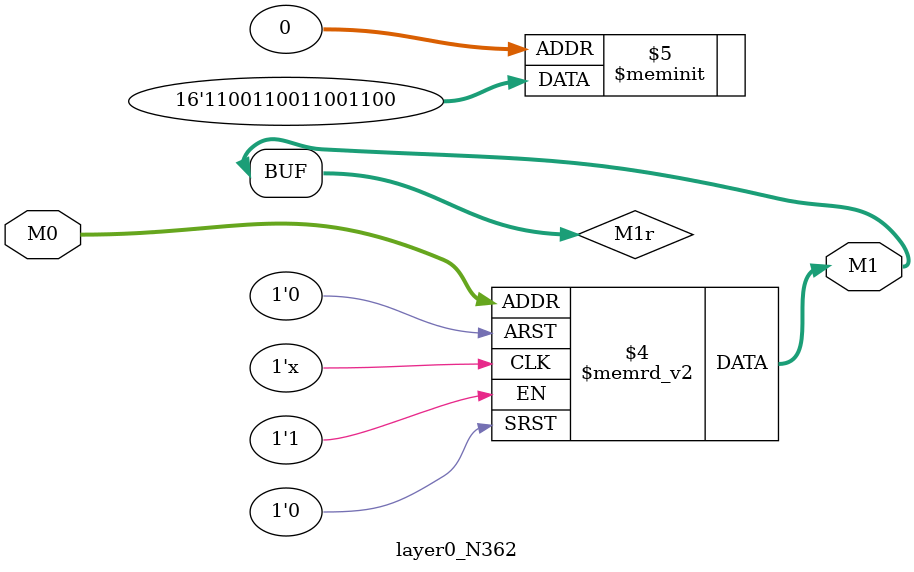
<source format=v>
module layer0_N362 ( input [2:0] M0, output [1:0] M1 );

	(*rom_style = "distributed" *) reg [1:0] M1r;
	assign M1 = M1r;
	always @ (M0) begin
		case (M0)
			3'b000: M1r = 2'b00;
			3'b100: M1r = 2'b00;
			3'b010: M1r = 2'b00;
			3'b110: M1r = 2'b00;
			3'b001: M1r = 2'b11;
			3'b101: M1r = 2'b11;
			3'b011: M1r = 2'b11;
			3'b111: M1r = 2'b11;

		endcase
	end
endmodule

</source>
